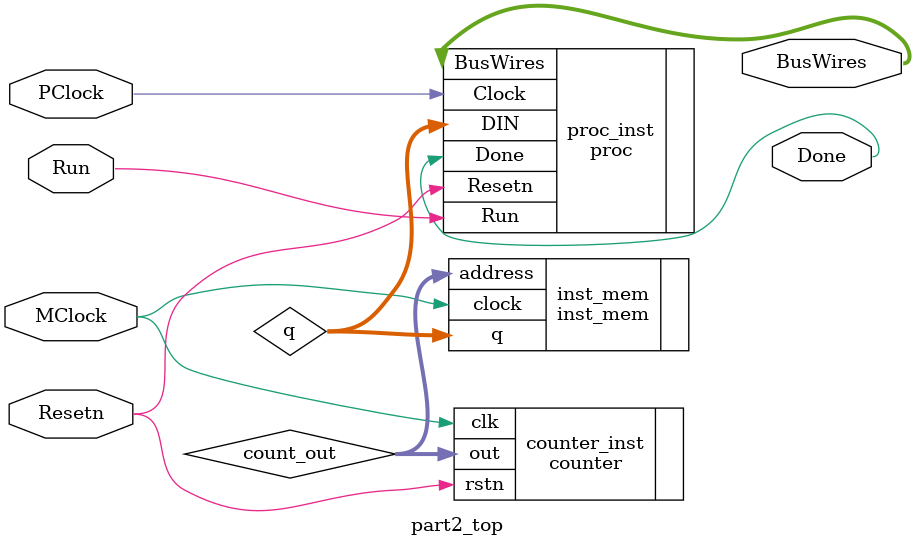
<source format=v>
module part2_top(Resetn, MClock, PClock, Run, Done, BusWires);

//input wire [8:0] DIN;
input wire Resetn, Run;
input wire MClock, PClock;
output wire Done;
output wire [8:0] BusWires;

wire [8:0] q;
wire [4:0] count_out;

// counter instance 
counter counter_inst(.clk(MClock), .rstn(Resetn), .out(count_out));

// memory instance
inst_mem inst_mem(.address(count_out), .clock(MClock), .q(q));

// processor instance 
proc proc_inst(.DIN(q), .Resetn(Resetn), .Clock(PClock),
					.Run(Run), .Done(Done), .BusWires(BusWires));
					
endmodule
</source>
